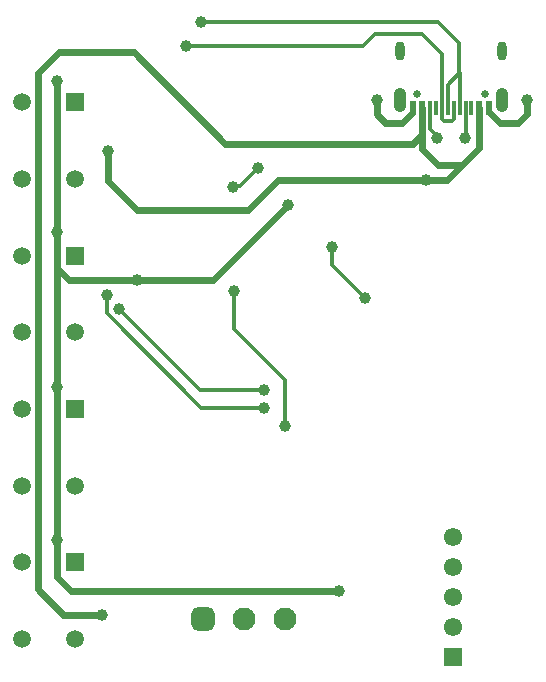
<source format=gtl>
G04*
G04 #@! TF.GenerationSoftware,Altium Limited,Altium Designer,25.1.2 (22)*
G04*
G04 Layer_Physical_Order=1*
G04 Layer_Color=255*
%FSLAX44Y44*%
%MOMM*%
G71*
G04*
G04 #@! TF.SameCoordinates,EBC4A9E2-5A13-41BD-A65D-5718B63373A7*
G04*
G04*
G04 #@! TF.FilePolarity,Positive*
G04*
G01*
G75*
%ADD10R,0.6000X1.3000*%
%ADD11R,0.3000X1.3000*%
%ADD12C,0.3000*%
%ADD13C,0.3500*%
%ADD14C,0.6000*%
%ADD15C,1.9500*%
G04:AMPARAMS|DCode=16|XSize=1.95mm|YSize=1.95mm|CornerRadius=0.4875mm|HoleSize=0mm|Usage=FLASHONLY|Rotation=0.000|XOffset=0mm|YOffset=0mm|HoleType=Round|Shape=RoundedRectangle|*
%AMROUNDEDRECTD16*
21,1,1.9500,0.9750,0,0,0.0*
21,1,0.9750,1.9500,0,0,0.0*
1,1,0.9750,0.4875,-0.4875*
1,1,0.9750,-0.4875,-0.4875*
1,1,0.9750,-0.4875,0.4875*
1,1,0.9750,0.4875,0.4875*
%
%ADD16ROUNDEDRECTD16*%
%ADD17O,1.0500X2.1000*%
%ADD18O,0.8000X1.6000*%
%ADD19C,0.6500*%
%ADD20R,1.5000X1.5000*%
%ADD21C,1.5000*%
%ADD22C,1.5500*%
%ADD23R,1.5500X1.5500*%
%ADD24C,1.0000*%
D10*
X1203130Y957610D02*
D03*
X1251130D02*
D03*
X1195130D02*
D03*
X1259130D02*
D03*
D11*
X1209630D02*
D03*
X1214630D02*
D03*
X1219630D02*
D03*
X1224630D02*
D03*
X1244630D02*
D03*
X1239630D02*
D03*
X1234630D02*
D03*
X1229630D02*
D03*
D12*
X1239630Y932180D02*
Y957610D01*
X1209630Y939699D02*
Y957610D01*
Y939699D02*
X1215390Y933939D01*
X1224630Y957610D02*
Y976790D01*
X1234630Y957610D02*
Y986790D01*
X1224630Y976790D02*
X1234440Y986600D01*
X1219630Y947907D02*
Y957610D01*
Y981710D01*
X1221387Y946150D02*
X1227873D01*
X1219630Y947907D02*
X1221387Y946150D01*
X1229630Y947907D02*
Y957610D01*
X1227873Y946150D02*
X1229630Y947907D01*
D13*
X1153160Y1009650D02*
X1163320Y1019810D01*
X1202690D01*
X1003300Y1009650D02*
X1153160D01*
X1126490Y824230D02*
Y839470D01*
Y824230D02*
X1154430Y796290D01*
X1202690Y1019810D02*
X1219630Y1002870D01*
X1016000Y1029970D02*
X1216660D01*
X1234440Y1012190D01*
X1260380Y952860D02*
X1260380D01*
X1259130Y954110D02*
X1260380Y952860D01*
X1259130Y954110D02*
Y957610D01*
X1291420Y963760D02*
X1291590Y963930D01*
X1215390Y932180D02*
Y933939D01*
X1043940Y770011D02*
Y802640D01*
Y770011D02*
X1087120Y726831D01*
X1049014Y891404D02*
X1064260Y906650D01*
X1043914Y891404D02*
X1049014D01*
X1042670Y890160D02*
X1043914Y891404D01*
X1219630Y981710D02*
Y1002870D01*
X935990Y783590D02*
Y798830D01*
X1234440Y986600D02*
Y1012190D01*
X1087120Y688340D02*
Y726831D01*
X1016000Y703580D02*
X1069340D01*
X935990Y783590D02*
X1016000Y703580D01*
X1014730Y718820D02*
X1069340D01*
X946150Y787400D02*
X1014730Y718820D01*
D14*
X937260Y895350D02*
Y920750D01*
Y895350D02*
X961390Y871220D01*
X894080Y560070D02*
X905510Y548640D01*
X1132840D01*
X958850Y1004570D02*
X1036320Y927100D01*
X877570Y986790D02*
X895350Y1004570D01*
X958850D01*
X1036320Y927100D02*
X1195070D01*
X1186180Y944880D02*
X1193800Y952500D01*
X1171720Y944880D02*
X1186180D01*
X1268605Y944635D02*
X1283725D01*
X1260380Y952860D02*
X1268605Y944635D01*
X1283725D02*
X1291420Y952330D01*
Y963760D01*
X1203130Y922850D02*
Y935160D01*
Y957610D01*
X1195070Y927100D02*
X1203130Y935160D01*
Y922850D02*
X1216660Y909320D01*
X1236980D01*
X1251130Y923470D01*
X1224280Y896620D02*
X1236980Y909320D01*
X1164590Y952010D02*
X1171720Y944880D01*
X1164590Y952010D02*
Y963930D01*
X877570Y549910D02*
X899160Y528320D01*
X932180D01*
X877570Y549910D02*
Y986790D01*
X894080Y560070D02*
Y591820D01*
Y721360D01*
X1206500Y896620D02*
X1224280D01*
X1080770D02*
X1206500D01*
X1055370Y871220D02*
X1080770Y896620D01*
X961390Y871220D02*
X1055370D01*
X961390Y811530D02*
X1026160D01*
X894080Y821690D02*
X904240Y811530D01*
X961390D01*
X894080Y821690D02*
Y852170D01*
Y721360D02*
Y821690D01*
X1026160Y811530D02*
X1089660Y875030D01*
X1251130Y923470D02*
Y957610D01*
X894080Y852170D02*
Y980440D01*
D15*
X1052120Y524510D02*
D03*
X1087120D02*
D03*
D16*
X1017120D02*
D03*
D17*
X1183930Y964010D02*
D03*
X1270330D02*
D03*
D18*
X1183930Y1005810D02*
D03*
X1270330D02*
D03*
D19*
X1198230Y969010D02*
D03*
X1256030D02*
D03*
D20*
X908960Y572770D02*
D03*
Y702560D02*
D03*
Y832350D02*
D03*
Y962140D02*
D03*
D21*
Y507770D02*
D03*
X863960D02*
D03*
Y572770D02*
D03*
X908960Y637560D02*
D03*
X863960D02*
D03*
Y702560D02*
D03*
X908960Y767350D02*
D03*
X863960D02*
D03*
Y832350D02*
D03*
X908960Y897140D02*
D03*
X863960D02*
D03*
Y962140D02*
D03*
D22*
X1229360Y594360D02*
D03*
Y568960D02*
D03*
Y543560D02*
D03*
Y518160D02*
D03*
D23*
Y492760D02*
D03*
D24*
X1003300Y1009650D02*
D03*
X1126490Y839470D02*
D03*
X937260Y920750D02*
D03*
X1132840Y548640D02*
D03*
X1016000Y1029970D02*
D03*
X1291590Y963930D02*
D03*
X1215390Y932180D02*
D03*
X1164590Y963930D02*
D03*
X1154430Y796290D02*
D03*
X1043940Y802640D02*
D03*
X932180Y528320D02*
D03*
X1064260Y906650D02*
D03*
X1042670Y890160D02*
D03*
X935990Y798830D02*
D03*
X1089660Y875030D02*
D03*
X1206500Y896620D02*
D03*
X1239520Y932180D02*
D03*
X894080Y980440D02*
D03*
Y852170D02*
D03*
Y591820D02*
D03*
Y721360D02*
D03*
X1087120Y688340D02*
D03*
X1069340Y703580D02*
D03*
Y718820D02*
D03*
X946150Y787400D02*
D03*
X961390Y811530D02*
D03*
M02*

</source>
